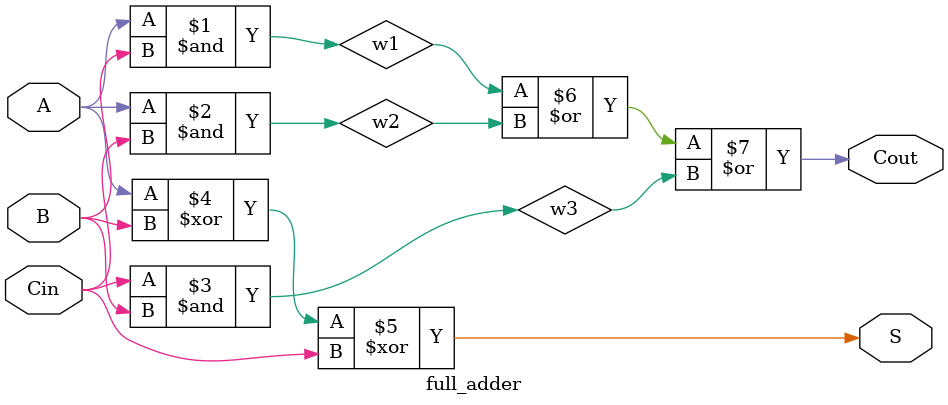
<source format=v>
module full_adder(S, Cout, A, B, Cin);

    input A, B, Cin;
    output Cout, S;
    wire w1, w2, w3;

    and AND1(w1, A, B);
    and AND2(w2, A, Cin);
    and AND3(w3, Cin, B);

    xor Sresults(S, A, B, Cin);
    or CarryResults(Cout, w1, w2, w3);

endmodule
</source>
